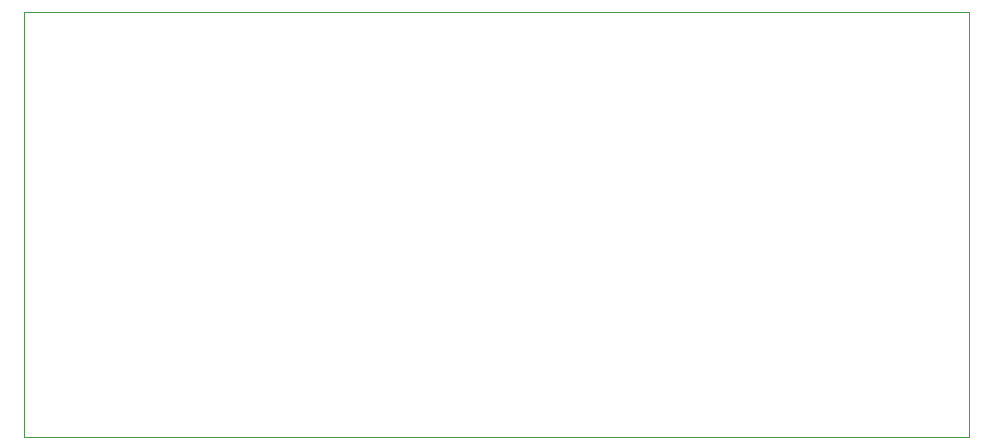
<source format=gko>
G04 Layer_Color=16711935*
%FSLAX25Y25*%
%MOIN*%
G70*
G01*
G75*
%ADD44C,0.00394*%
D44*
X0Y0D02*
Y141732D01*
X314961D01*
Y0D02*
Y141732D01*
X0Y0D02*
X314961D01*
M02*

</source>
